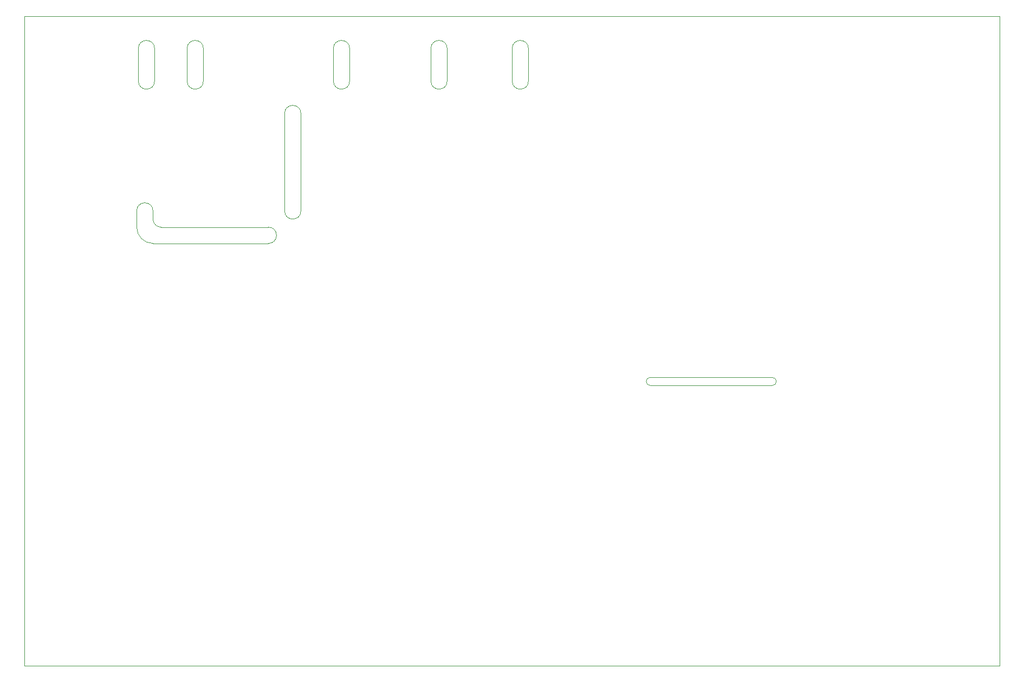
<source format=gbr>
G04 #@! TF.GenerationSoftware,KiCad,Pcbnew,(5.99.0-1101-g9de7547c2)*
G04 #@! TF.CreationDate,2020-03-19T22:24:48-06:00*
G04 #@! TF.ProjectId,pcb-power,7063622d-706f-4776-9572-2e6b69636164,rev?*
G04 #@! TF.SameCoordinates,Original*
G04 #@! TF.FileFunction,Profile,NP*
%FSLAX46Y46*%
G04 Gerber Fmt 4.6, Leading zero omitted, Abs format (unit mm)*
G04 Created by KiCad (PCBNEW (5.99.0-1101-g9de7547c2)) date 2020-03-19 22:24:48*
%MOMM*%
%LPD*%
G01*
G04 APERTURE LIST*
%ADD10C,0.050000*%
G04 APERTURE END LIST*
D10*
X142240000Y-81915000D02*
G75*
G02*
X142240000Y-83185000I0J-635000D01*
G01*
X123190000Y-83185000D02*
G75*
G02*
X123190000Y-81915000I0J635000D01*
G01*
X142240000Y-83185000D02*
X123190000Y-83185000D01*
X123190000Y-81915000D02*
X142240000Y-81915000D01*
X101600000Y-30480000D02*
X101600000Y-35560000D01*
X101600000Y-30480000D02*
G75*
G02*
X104140000Y-30480000I1270000J0D01*
G01*
X104140000Y-30480000D02*
X104140000Y-35560000D01*
X104140000Y-35560000D02*
G75*
G02*
X101600000Y-35560000I-1270000J0D01*
G01*
X88900000Y-30480000D02*
X88900000Y-35560000D01*
X91440000Y-35560000D02*
G75*
G02*
X88900000Y-35560000I-1270000J0D01*
G01*
X88900000Y-30480000D02*
G75*
G02*
X91440000Y-30480000I1270000J0D01*
G01*
X91440000Y-30480000D02*
X91440000Y-35560000D01*
X45720000Y-30480000D02*
X45720000Y-35560000D01*
X45720000Y-35560000D02*
G75*
G02*
X43180000Y-35560000I-1270000J0D01*
G01*
X43180000Y-30480000D02*
X43180000Y-35560000D01*
X43180000Y-30480000D02*
G75*
G02*
X45720000Y-30480000I1270000J0D01*
G01*
X50800000Y-30480000D02*
X50800000Y-35560000D01*
X50800000Y-30480000D02*
G75*
G02*
X53340000Y-30480000I1270000J0D01*
G01*
X53340000Y-30480000D02*
X53340000Y-35560000D01*
X53340000Y-35560000D02*
G75*
G02*
X50800000Y-35560000I-1270000J0D01*
G01*
X76200000Y-35560000D02*
G75*
G02*
X73660000Y-35560000I-1270000J0D01*
G01*
X73660000Y-30480000D02*
G75*
G02*
X76200000Y-30480000I1270000J0D01*
G01*
X76200000Y-30480000D02*
X76200000Y-35560000D01*
X73660000Y-30480000D02*
X73660000Y-35560000D01*
X42926000Y-55880000D02*
G75*
G02*
X45466000Y-55880000I1270000J0D01*
G01*
X45466000Y-57150000D02*
X45466000Y-55880000D01*
X42926000Y-58420000D02*
X42926000Y-55880000D01*
X45466000Y-60960000D02*
G75*
G02*
X42926000Y-58420000I0J2540000D01*
G01*
X46736000Y-58420000D02*
G75*
G02*
X45466000Y-57150000I0J1270000D01*
G01*
X63500000Y-58420000D02*
G75*
G02*
X63500000Y-60960000I0J-1270000D01*
G01*
X63500000Y-60960000D02*
X45466000Y-60960000D01*
X46736000Y-58420000D02*
X63500000Y-58420000D01*
X68580000Y-55880000D02*
G75*
G02*
X66040000Y-55880000I-1270000J0D01*
G01*
X66040000Y-40640000D02*
G75*
G02*
X68580000Y-40640000I1270000J0D01*
G01*
X68580000Y-55880000D02*
X68580000Y-40640000D01*
X66040000Y-40640000D02*
X66040000Y-55880000D01*
X177800000Y-127000000D02*
X25400000Y-127000000D01*
X177800000Y-25400000D02*
X177800000Y-127000000D01*
X25400000Y-25400000D02*
X177800000Y-25400000D01*
X25400000Y-127000000D02*
X25400000Y-25400000D01*
M02*

</source>
